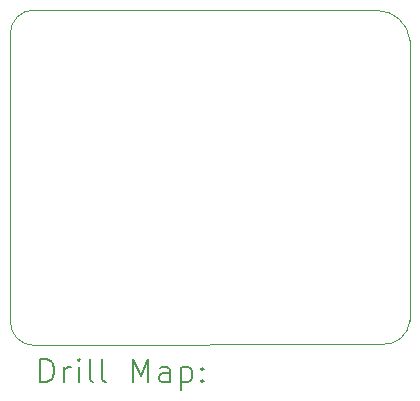
<source format=gbr>
%TF.GenerationSoftware,KiCad,Pcbnew,(6.0.10-0)*%
%TF.CreationDate,2023-01-01T02:04:56-05:00*%
%TF.ProjectId,8CT-PowerMeter,3843542d-506f-4776-9572-4d657465722e,rev?*%
%TF.SameCoordinates,Original*%
%TF.FileFunction,Drillmap*%
%TF.FilePolarity,Positive*%
%FSLAX45Y45*%
G04 Gerber Fmt 4.5, Leading zero omitted, Abs format (unit mm)*
G04 Created by KiCad (PCBNEW (6.0.10-0)) date 2023-01-01 02:04:56*
%MOMM*%
%LPD*%
G01*
G04 APERTURE LIST*
%ADD10C,0.050000*%
%ADD11C,0.200000*%
G04 APERTURE END LIST*
D10*
X13630000Y-9440000D02*
X13630000Y-7000000D01*
X13830000Y-6800000D02*
X16733800Y-6803400D01*
X16784600Y-9630586D02*
G75*
G03*
X17013200Y-9430579I10690J218426D01*
G01*
X17013201Y-7057400D02*
G75*
G03*
X16733800Y-6803400I-278991J-26220D01*
G01*
X13830000Y-6800000D02*
G75*
G03*
X13630000Y-7000000I0J-200000D01*
G01*
X13630000Y-9440000D02*
G75*
G03*
X13830000Y-9640000I200000J0D01*
G01*
X16784600Y-9630579D02*
X13830000Y-9640000D01*
X17013200Y-9430579D02*
X17013200Y-7057400D01*
D11*
X13885119Y-9952976D02*
X13885119Y-9752976D01*
X13932738Y-9752976D01*
X13961309Y-9762500D01*
X13980357Y-9781548D01*
X13989881Y-9800595D01*
X13999405Y-9838690D01*
X13999405Y-9867262D01*
X13989881Y-9905357D01*
X13980357Y-9924405D01*
X13961309Y-9943452D01*
X13932738Y-9952976D01*
X13885119Y-9952976D01*
X14085119Y-9952976D02*
X14085119Y-9819643D01*
X14085119Y-9857738D02*
X14094643Y-9838690D01*
X14104167Y-9829167D01*
X14123214Y-9819643D01*
X14142262Y-9819643D01*
X14208928Y-9952976D02*
X14208928Y-9819643D01*
X14208928Y-9752976D02*
X14199405Y-9762500D01*
X14208928Y-9772024D01*
X14218452Y-9762500D01*
X14208928Y-9752976D01*
X14208928Y-9772024D01*
X14332738Y-9952976D02*
X14313690Y-9943452D01*
X14304167Y-9924405D01*
X14304167Y-9752976D01*
X14437500Y-9952976D02*
X14418452Y-9943452D01*
X14408928Y-9924405D01*
X14408928Y-9752976D01*
X14666071Y-9952976D02*
X14666071Y-9752976D01*
X14732738Y-9895833D01*
X14799405Y-9752976D01*
X14799405Y-9952976D01*
X14980357Y-9952976D02*
X14980357Y-9848214D01*
X14970833Y-9829167D01*
X14951786Y-9819643D01*
X14913690Y-9819643D01*
X14894643Y-9829167D01*
X14980357Y-9943452D02*
X14961309Y-9952976D01*
X14913690Y-9952976D01*
X14894643Y-9943452D01*
X14885119Y-9924405D01*
X14885119Y-9905357D01*
X14894643Y-9886310D01*
X14913690Y-9876786D01*
X14961309Y-9876786D01*
X14980357Y-9867262D01*
X15075595Y-9819643D02*
X15075595Y-10019643D01*
X15075595Y-9829167D02*
X15094643Y-9819643D01*
X15132738Y-9819643D01*
X15151786Y-9829167D01*
X15161309Y-9838690D01*
X15170833Y-9857738D01*
X15170833Y-9914881D01*
X15161309Y-9933929D01*
X15151786Y-9943452D01*
X15132738Y-9952976D01*
X15094643Y-9952976D01*
X15075595Y-9943452D01*
X15256548Y-9933929D02*
X15266071Y-9943452D01*
X15256548Y-9952976D01*
X15247024Y-9943452D01*
X15256548Y-9933929D01*
X15256548Y-9952976D01*
X15256548Y-9829167D02*
X15266071Y-9838690D01*
X15256548Y-9848214D01*
X15247024Y-9838690D01*
X15256548Y-9829167D01*
X15256548Y-9848214D01*
M02*

</source>
